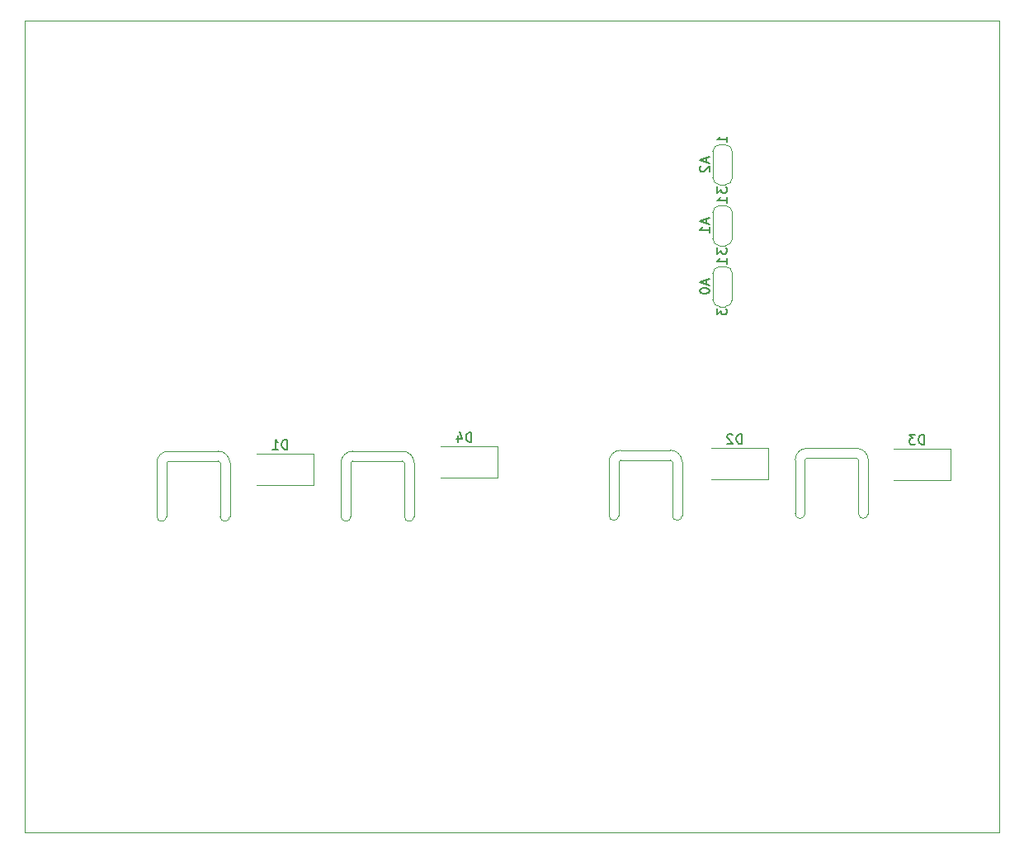
<source format=gbr>
%TF.GenerationSoftware,KiCad,Pcbnew,8.0.0*%
%TF.CreationDate,2024-08-19T18:56:58+02:00*%
%TF.ProjectId,esp32_blinds_controller,65737033-325f-4626-9c69-6e64735f636f,V0.1*%
%TF.SameCoordinates,Original*%
%TF.FileFunction,Legend,Bot*%
%TF.FilePolarity,Positive*%
%FSLAX46Y46*%
G04 Gerber Fmt 4.6, Leading zero omitted, Abs format (unit mm)*
G04 Created by KiCad (PCBNEW 8.0.0) date 2024-08-19 18:56:58*
%MOMM*%
%LPD*%
G01*
G04 APERTURE LIST*
%ADD10C,0.150000*%
%ADD11C,0.120000*%
%TA.AperFunction,Profile*%
%ADD12C,0.050000*%
%TD*%
%TA.AperFunction,Profile*%
%ADD13C,0.120000*%
%TD*%
G04 APERTURE END LIST*
D10*
X171119104Y-76035714D02*
X171119104Y-76511904D01*
X171404819Y-75940476D02*
X170404819Y-76273809D01*
X170404819Y-76273809D02*
X171404819Y-76607142D01*
X171404819Y-77464285D02*
X171404819Y-76892857D01*
X171404819Y-77178571D02*
X170404819Y-77178571D01*
X170404819Y-77178571D02*
X170547676Y-77083333D01*
X170547676Y-77083333D02*
X170642914Y-76988095D01*
X170642914Y-76988095D02*
X170690533Y-76892857D01*
X173204819Y-74435714D02*
X173204819Y-73864286D01*
X173204819Y-74150000D02*
X172204819Y-74150000D01*
X172204819Y-74150000D02*
X172347676Y-74054762D01*
X172347676Y-74054762D02*
X172442914Y-73959524D01*
X172442914Y-73959524D02*
X172490533Y-73864286D01*
X172204819Y-79016667D02*
X172204819Y-79635714D01*
X172204819Y-79635714D02*
X172585771Y-79302381D01*
X172585771Y-79302381D02*
X172585771Y-79445238D01*
X172585771Y-79445238D02*
X172633390Y-79540476D01*
X172633390Y-79540476D02*
X172681009Y-79588095D01*
X172681009Y-79588095D02*
X172776247Y-79635714D01*
X172776247Y-79635714D02*
X173014342Y-79635714D01*
X173014342Y-79635714D02*
X173109580Y-79588095D01*
X173109580Y-79588095D02*
X173157200Y-79540476D01*
X173157200Y-79540476D02*
X173204819Y-79445238D01*
X173204819Y-79445238D02*
X173204819Y-79159524D01*
X173204819Y-79159524D02*
X173157200Y-79064286D01*
X173157200Y-79064286D02*
X173109580Y-79016667D01*
X128088094Y-99704819D02*
X128088094Y-98704819D01*
X128088094Y-98704819D02*
X127849999Y-98704819D01*
X127849999Y-98704819D02*
X127707142Y-98752438D01*
X127707142Y-98752438D02*
X127611904Y-98847676D01*
X127611904Y-98847676D02*
X127564285Y-98942914D01*
X127564285Y-98942914D02*
X127516666Y-99133390D01*
X127516666Y-99133390D02*
X127516666Y-99276247D01*
X127516666Y-99276247D02*
X127564285Y-99466723D01*
X127564285Y-99466723D02*
X127611904Y-99561961D01*
X127611904Y-99561961D02*
X127707142Y-99657200D01*
X127707142Y-99657200D02*
X127849999Y-99704819D01*
X127849999Y-99704819D02*
X128088094Y-99704819D01*
X126564285Y-99704819D02*
X127135713Y-99704819D01*
X126849999Y-99704819D02*
X126849999Y-98704819D01*
X126849999Y-98704819D02*
X126945237Y-98847676D01*
X126945237Y-98847676D02*
X127040475Y-98942914D01*
X127040475Y-98942914D02*
X127135713Y-98990533D01*
X193443094Y-99204819D02*
X193443094Y-98204819D01*
X193443094Y-98204819D02*
X193204999Y-98204819D01*
X193204999Y-98204819D02*
X193062142Y-98252438D01*
X193062142Y-98252438D02*
X192966904Y-98347676D01*
X192966904Y-98347676D02*
X192919285Y-98442914D01*
X192919285Y-98442914D02*
X192871666Y-98633390D01*
X192871666Y-98633390D02*
X192871666Y-98776247D01*
X192871666Y-98776247D02*
X192919285Y-98966723D01*
X192919285Y-98966723D02*
X192966904Y-99061961D01*
X192966904Y-99061961D02*
X193062142Y-99157200D01*
X193062142Y-99157200D02*
X193204999Y-99204819D01*
X193204999Y-99204819D02*
X193443094Y-99204819D01*
X192538332Y-98204819D02*
X191919285Y-98204819D01*
X191919285Y-98204819D02*
X192252618Y-98585771D01*
X192252618Y-98585771D02*
X192109761Y-98585771D01*
X192109761Y-98585771D02*
X192014523Y-98633390D01*
X192014523Y-98633390D02*
X191966904Y-98681009D01*
X191966904Y-98681009D02*
X191919285Y-98776247D01*
X191919285Y-98776247D02*
X191919285Y-99014342D01*
X191919285Y-99014342D02*
X191966904Y-99109580D01*
X191966904Y-99109580D02*
X192014523Y-99157200D01*
X192014523Y-99157200D02*
X192109761Y-99204819D01*
X192109761Y-99204819D02*
X192395475Y-99204819D01*
X192395475Y-99204819D02*
X192490713Y-99157200D01*
X192490713Y-99157200D02*
X192538332Y-99109580D01*
X146988094Y-98954819D02*
X146988094Y-97954819D01*
X146988094Y-97954819D02*
X146749999Y-97954819D01*
X146749999Y-97954819D02*
X146607142Y-98002438D01*
X146607142Y-98002438D02*
X146511904Y-98097676D01*
X146511904Y-98097676D02*
X146464285Y-98192914D01*
X146464285Y-98192914D02*
X146416666Y-98383390D01*
X146416666Y-98383390D02*
X146416666Y-98526247D01*
X146416666Y-98526247D02*
X146464285Y-98716723D01*
X146464285Y-98716723D02*
X146511904Y-98811961D01*
X146511904Y-98811961D02*
X146607142Y-98907200D01*
X146607142Y-98907200D02*
X146749999Y-98954819D01*
X146749999Y-98954819D02*
X146988094Y-98954819D01*
X145559523Y-98288152D02*
X145559523Y-98954819D01*
X145797618Y-97907200D02*
X146035713Y-98621485D01*
X146035713Y-98621485D02*
X145416666Y-98621485D01*
X171119104Y-82285714D02*
X171119104Y-82761904D01*
X171404819Y-82190476D02*
X170404819Y-82523809D01*
X170404819Y-82523809D02*
X171404819Y-82857142D01*
X170404819Y-83380952D02*
X170404819Y-83476190D01*
X170404819Y-83476190D02*
X170452438Y-83571428D01*
X170452438Y-83571428D02*
X170500057Y-83619047D01*
X170500057Y-83619047D02*
X170595295Y-83666666D01*
X170595295Y-83666666D02*
X170785771Y-83714285D01*
X170785771Y-83714285D02*
X171023866Y-83714285D01*
X171023866Y-83714285D02*
X171214342Y-83666666D01*
X171214342Y-83666666D02*
X171309580Y-83619047D01*
X171309580Y-83619047D02*
X171357200Y-83571428D01*
X171357200Y-83571428D02*
X171404819Y-83476190D01*
X171404819Y-83476190D02*
X171404819Y-83380952D01*
X171404819Y-83380952D02*
X171357200Y-83285714D01*
X171357200Y-83285714D02*
X171309580Y-83238095D01*
X171309580Y-83238095D02*
X171214342Y-83190476D01*
X171214342Y-83190476D02*
X171023866Y-83142857D01*
X171023866Y-83142857D02*
X170785771Y-83142857D01*
X170785771Y-83142857D02*
X170595295Y-83190476D01*
X170595295Y-83190476D02*
X170500057Y-83238095D01*
X170500057Y-83238095D02*
X170452438Y-83285714D01*
X170452438Y-83285714D02*
X170404819Y-83380952D01*
X172204819Y-85266667D02*
X172204819Y-85885714D01*
X172204819Y-85885714D02*
X172585771Y-85552381D01*
X172585771Y-85552381D02*
X172585771Y-85695238D01*
X172585771Y-85695238D02*
X172633390Y-85790476D01*
X172633390Y-85790476D02*
X172681009Y-85838095D01*
X172681009Y-85838095D02*
X172776247Y-85885714D01*
X172776247Y-85885714D02*
X173014342Y-85885714D01*
X173014342Y-85885714D02*
X173109580Y-85838095D01*
X173109580Y-85838095D02*
X173157200Y-85790476D01*
X173157200Y-85790476D02*
X173204819Y-85695238D01*
X173204819Y-85695238D02*
X173204819Y-85409524D01*
X173204819Y-85409524D02*
X173157200Y-85314286D01*
X173157200Y-85314286D02*
X173109580Y-85266667D01*
X173204819Y-80685714D02*
X173204819Y-80114286D01*
X173204819Y-80400000D02*
X172204819Y-80400000D01*
X172204819Y-80400000D02*
X172347676Y-80304762D01*
X172347676Y-80304762D02*
X172442914Y-80209524D01*
X172442914Y-80209524D02*
X172490533Y-80114286D01*
X174738094Y-99154819D02*
X174738094Y-98154819D01*
X174738094Y-98154819D02*
X174499999Y-98154819D01*
X174499999Y-98154819D02*
X174357142Y-98202438D01*
X174357142Y-98202438D02*
X174261904Y-98297676D01*
X174261904Y-98297676D02*
X174214285Y-98392914D01*
X174214285Y-98392914D02*
X174166666Y-98583390D01*
X174166666Y-98583390D02*
X174166666Y-98726247D01*
X174166666Y-98726247D02*
X174214285Y-98916723D01*
X174214285Y-98916723D02*
X174261904Y-99011961D01*
X174261904Y-99011961D02*
X174357142Y-99107200D01*
X174357142Y-99107200D02*
X174499999Y-99154819D01*
X174499999Y-99154819D02*
X174738094Y-99154819D01*
X173785713Y-98250057D02*
X173738094Y-98202438D01*
X173738094Y-98202438D02*
X173642856Y-98154819D01*
X173642856Y-98154819D02*
X173404761Y-98154819D01*
X173404761Y-98154819D02*
X173309523Y-98202438D01*
X173309523Y-98202438D02*
X173261904Y-98250057D01*
X173261904Y-98250057D02*
X173214285Y-98345295D01*
X173214285Y-98345295D02*
X173214285Y-98440533D01*
X173214285Y-98440533D02*
X173261904Y-98583390D01*
X173261904Y-98583390D02*
X173833332Y-99154819D01*
X173833332Y-99154819D02*
X173214285Y-99154819D01*
X171119104Y-69785714D02*
X171119104Y-70261904D01*
X171404819Y-69690476D02*
X170404819Y-70023809D01*
X170404819Y-70023809D02*
X171404819Y-70357142D01*
X170500057Y-70642857D02*
X170452438Y-70690476D01*
X170452438Y-70690476D02*
X170404819Y-70785714D01*
X170404819Y-70785714D02*
X170404819Y-71023809D01*
X170404819Y-71023809D02*
X170452438Y-71119047D01*
X170452438Y-71119047D02*
X170500057Y-71166666D01*
X170500057Y-71166666D02*
X170595295Y-71214285D01*
X170595295Y-71214285D02*
X170690533Y-71214285D01*
X170690533Y-71214285D02*
X170833390Y-71166666D01*
X170833390Y-71166666D02*
X171404819Y-70595238D01*
X171404819Y-70595238D02*
X171404819Y-71214285D01*
X173204819Y-68185714D02*
X173204819Y-67614286D01*
X173204819Y-67900000D02*
X172204819Y-67900000D01*
X172204819Y-67900000D02*
X172347676Y-67804762D01*
X172347676Y-67804762D02*
X172442914Y-67709524D01*
X172442914Y-67709524D02*
X172490533Y-67614286D01*
X172204819Y-72766667D02*
X172204819Y-73385714D01*
X172204819Y-73385714D02*
X172585771Y-73052381D01*
X172585771Y-73052381D02*
X172585771Y-73195238D01*
X172585771Y-73195238D02*
X172633390Y-73290476D01*
X172633390Y-73290476D02*
X172681009Y-73338095D01*
X172681009Y-73338095D02*
X172776247Y-73385714D01*
X172776247Y-73385714D02*
X173014342Y-73385714D01*
X173014342Y-73385714D02*
X173109580Y-73338095D01*
X173109580Y-73338095D02*
X173157200Y-73290476D01*
X173157200Y-73290476D02*
X173204819Y-73195238D01*
X173204819Y-73195238D02*
X173204819Y-72909524D01*
X173204819Y-72909524D02*
X173157200Y-72814286D01*
X173157200Y-72814286D02*
X173109580Y-72766667D01*
D11*
%TO.C,A1*%
X171750000Y-78150000D02*
X171750000Y-75350000D01*
X172450000Y-74700000D02*
X173050000Y-74700000D01*
X173050000Y-78800000D02*
X172450000Y-78800000D01*
X173750000Y-75350000D02*
X173750000Y-78150000D01*
X171750000Y-75400000D02*
G75*
G02*
X172450000Y-74700000I699999J1D01*
G01*
X172450000Y-78800000D02*
G75*
G02*
X171750000Y-78100000I0J700000D01*
G01*
X173050000Y-74700000D02*
G75*
G02*
X173750000Y-75400000I1J-699999D01*
G01*
X173750000Y-78100000D02*
G75*
G02*
X173050000Y-78800000I-700000J0D01*
G01*
%TO.C,D1*%
X124950000Y-103360000D02*
X130760000Y-103360000D01*
X130760000Y-100140000D02*
X124950000Y-100140000D01*
X130760000Y-103360000D02*
X130760000Y-100140000D01*
%TO.C,D3*%
X190305000Y-102860000D02*
X196115000Y-102860000D01*
X196115000Y-99640000D02*
X190305000Y-99640000D01*
X196115000Y-102860000D02*
X196115000Y-99640000D01*
%TO.C,D4*%
X143850000Y-102610000D02*
X149660000Y-102610000D01*
X149660000Y-99390000D02*
X143850000Y-99390000D01*
X149660000Y-102610000D02*
X149660000Y-99390000D01*
%TO.C,A0*%
X171750000Y-84400000D02*
X171750000Y-81600000D01*
X172450000Y-80950000D02*
X173050000Y-80950000D01*
X173050000Y-85050000D02*
X172450000Y-85050000D01*
X173750000Y-81600000D02*
X173750000Y-84400000D01*
X171750000Y-81650000D02*
G75*
G02*
X172450000Y-80950000I699999J1D01*
G01*
X172450000Y-85050000D02*
G75*
G02*
X171750000Y-84350000I0J700000D01*
G01*
X173050000Y-80950000D02*
G75*
G02*
X173750000Y-81650000I1J-699999D01*
G01*
X173750000Y-84350000D02*
G75*
G02*
X173050000Y-85050000I-700000J0D01*
G01*
%TO.C,D2*%
X171600000Y-102810000D02*
X177410000Y-102810000D01*
X177410000Y-99590000D02*
X171600000Y-99590000D01*
X177410000Y-102810000D02*
X177410000Y-99590000D01*
%TO.C,A2*%
X171750000Y-71900000D02*
X171750000Y-69100000D01*
X172450000Y-68450000D02*
X173050000Y-68450000D01*
X173050000Y-72550000D02*
X172450000Y-72550000D01*
X173750000Y-69100000D02*
X173750000Y-71900000D01*
X171750000Y-69150000D02*
G75*
G02*
X172450000Y-68450000I699999J1D01*
G01*
X172450000Y-72550000D02*
G75*
G02*
X171750000Y-71850000I0J700000D01*
G01*
X173050000Y-68450000D02*
G75*
G02*
X173750000Y-69150000I1J-699999D01*
G01*
X173750000Y-71850000D02*
G75*
G02*
X173050000Y-72550000I-700000J0D01*
G01*
%TD*%
D12*
X139900000Y-99900000D02*
G75*
G02*
X141100000Y-101100000I0J-1200000D01*
G01*
X167400000Y-99800000D02*
G75*
G02*
X168600000Y-101000000I0J-1200000D01*
G01*
X168600000Y-106500000D02*
G75*
G02*
X167600000Y-106500000I-500000J0D01*
G01*
X187700000Y-106300000D02*
X187700000Y-100800000D01*
X161100000Y-106500000D02*
X161100000Y-101000000D01*
X134600000Y-106600000D02*
X134600000Y-101100000D01*
X122200000Y-106600000D02*
G75*
G02*
X121200000Y-106600000I-500000J0D01*
G01*
X122200000Y-106600000D02*
X122200000Y-101100000D01*
X134800000Y-99900000D02*
X139900000Y-99900000D01*
X162300000Y-100800000D02*
X167400000Y-100800000D01*
X141100000Y-106600000D02*
X141100000Y-101100000D01*
X181200000Y-106300000D02*
G75*
G02*
X180200000Y-106300000I-500000J0D01*
G01*
X121000000Y-99900000D02*
G75*
G02*
X122200000Y-101100000I0J-1200000D01*
G01*
X181400000Y-100600000D02*
X186500000Y-100600000D01*
X162100000Y-101000000D02*
G75*
G02*
X162300000Y-100800000I200000J0D01*
G01*
X133600000Y-101100000D02*
G75*
G02*
X134800000Y-99900000I1200000J0D01*
G01*
X121200000Y-106600000D02*
X121200000Y-101100000D01*
X187700000Y-106300000D02*
G75*
G02*
X186700000Y-106300000I-500000J0D01*
G01*
X115900000Y-100900000D02*
X121000000Y-100900000D01*
X115700000Y-106600000D02*
X115700000Y-101100000D01*
X167400000Y-100800000D02*
G75*
G02*
X167600000Y-101000000I0J-200000D01*
G01*
X141100000Y-106600000D02*
G75*
G02*
X140100000Y-106600000I-500000J0D01*
G01*
X186700000Y-106300000D02*
X186700000Y-100800000D01*
X180200000Y-100800000D02*
G75*
G02*
X181400000Y-99600000I1200000J0D01*
G01*
X134800000Y-100900000D02*
X139900000Y-100900000D01*
X181200000Y-100800000D02*
G75*
G02*
X181400000Y-100600000I200000J0D01*
G01*
X186500000Y-100600000D02*
G75*
G02*
X186700000Y-100800000I0J-200000D01*
G01*
X162100000Y-106500000D02*
G75*
G02*
X161100000Y-106500000I-500000J0D01*
G01*
X139900000Y-100900000D02*
G75*
G02*
X140100000Y-101100000I0J-200000D01*
G01*
X115700000Y-106600000D02*
G75*
G02*
X114700000Y-106600000I-500000J0D01*
G01*
X186500000Y-99600000D02*
G75*
G02*
X187700000Y-100800000I0J-1200000D01*
G01*
X180200000Y-106300000D02*
X180200000Y-100800000D01*
X162100000Y-106500000D02*
X162100000Y-101000000D01*
X134600000Y-101100000D02*
G75*
G02*
X134800000Y-100900000I200000J0D01*
G01*
X115900000Y-99900000D02*
X121000000Y-99900000D01*
X121000000Y-100900000D02*
G75*
G02*
X121200000Y-101100000I0J-200000D01*
G01*
X140100000Y-106600000D02*
X140100000Y-101100000D01*
X181200000Y-106300000D02*
X181200000Y-100800000D01*
X114700000Y-106600000D02*
X114700000Y-101100000D01*
X168600000Y-106500000D02*
X168600000Y-101000000D01*
X162300000Y-99800000D02*
X167400000Y-99800000D01*
X167600000Y-106500000D02*
X167600000Y-101000000D01*
X161100000Y-101000000D02*
G75*
G02*
X162300000Y-99800000I1200000J0D01*
G01*
X134600000Y-106600000D02*
G75*
G02*
X133600000Y-106600000I-500000J0D01*
G01*
X181400000Y-99600000D02*
X186500000Y-99600000D01*
X115700000Y-101100000D02*
G75*
G02*
X115900000Y-100900000I200000J0D01*
G01*
X114700000Y-101100000D02*
G75*
G02*
X115900000Y-99900000I1200000J0D01*
G01*
X133600000Y-106600000D02*
X133600000Y-101100000D01*
D13*
%TO.C,MOD1*%
X101175000Y-55745000D02*
X101175000Y-138995000D01*
X101175000Y-138995000D02*
X201175000Y-138995000D01*
X201175000Y-55745000D02*
X101175000Y-55745000D01*
X201175000Y-138995000D02*
X201175000Y-55745000D01*
%TD*%
M02*

</source>
